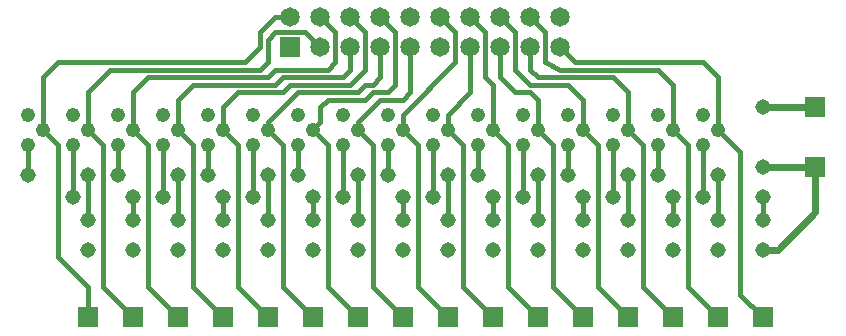
<source format=gbl>
G04 Output by ViewMate Deluxe V11.0.9  PentaLogix LLC*
G04 Thu Nov 20 16:07:24 2014*
%FSLAX33Y33*%
%MOMM*%
%IPPOS*%
%ADD10R,1.651X1.651*%
%ADD11C,1.651*%
%ADD12C,1.3081*%
%ADD13C,1.209*%
%ADD14R,1.8009X1.8009*%
%ADD15C,0.4064*%
%ADD16C,0.6096*%

%LPD*%
X0Y0D2*D15*G1X64389Y12954D2*X64389Y11049D1*X2159Y17399D2*X2159Y14859D1*X4699Y17399D2*X3429Y18669D1*X3429Y23114*X4699Y24384*X20574Y24384*X21844Y25654*X21844Y26924*X23114Y28194*X24384Y28194*X28194Y26924D2*X26924Y28194D1*X30734Y26924D2*X29464Y28194D1*X30734Y22479D2*X31369Y22479D1*X32004Y23114*X32004Y25654*X47244Y25654D2*X48514Y24384D1*X59309Y24384*X60579Y23114*X60579Y18669*X62484Y16764*X60579Y11049D2*X60579Y14859D1*X56769Y12954D2*X56769Y11049D1*X59309Y17399D2*X59309Y12954D1*X55499Y14859D2*X55499Y17399D1*X52959Y11049D2*X52959Y14859D1*X49149Y12954D2*X49149Y11049D1*X51689Y17399D2*X51689Y12954D1*X47879Y14859D2*X47879Y17399D1*X45339Y11049D2*X45339Y14859D1*X41529Y12954D2*X41529Y11049D1*X44069Y17399D2*X44069Y12954D1*X40259Y14859D2*X40259Y17399D1*X37719Y11049D2*X37719Y14859D1*X33909Y12954D2*X33909Y11049D1*X36449Y17399D2*X36449Y12954D1*X32639Y14859D2*X32639Y17399D1*X30099Y11049D2*X30099Y14859D1*X18669Y12954D2*X18669Y11049D1*X11049Y11049D2*X11049Y12954D1*X7239Y2794D2*X7239Y5334D1*X4699Y7874*X4699Y17399*X5969Y12954D2*X5969Y17399D1*X7239Y14859D2*X7239Y11049D1*X9779Y17399D2*X9779Y14859D1*X13589Y12954D2*X13589Y17399D1*X14859Y14859D2*X14859Y11049D1*X17399Y17399D2*X17399Y14859D1*X21209Y12954D2*X21209Y17399D1*X22479Y14859D2*X22479Y11049D1*X25019Y17399D2*X25019Y14859D1*X28829Y12954D2*X28829Y17399D1*X26289Y11049D2*X26289Y12954D1*X26289Y2794D2*X23749Y5334D1*X23749Y17399*X22479Y18669*X22479Y19304*X25019Y21844*X30099Y21844*X30734Y22479*X28194Y26924D2*X28194Y24384D1*X26924Y25654D2*X25654Y26924D1*X23114Y26924*X22479Y26289*X22479Y24384*X21844Y23749*X9144Y23749*X7239Y21844*X7239Y18669*X8509Y17399*X8509Y5334*X11049Y2794*X14859Y2794D2*X12319Y5334D1*X12319Y17399*X11049Y18669*X11049Y21844*X12319Y23114*X22479Y23114*X23114Y23749*X27559Y23749*X28194Y24384*X29464Y25654D2*X29464Y23749D1*X28829Y23114*X23749Y23114*X23114Y22479*X16129Y22479*X14859Y21209*X14859Y18669*X16129Y17399*X16129Y5334*X18669Y2794*X22479Y2794D2*X19939Y5334D1*X19939Y17399*X18669Y18669*X18669Y20574*X19939Y21844*X23749Y21844*X24384Y22479*X29464Y22479*X30734Y23749*X30734Y26924*X33274Y26924D2*X32004Y28194D1*X34544Y25654D2*X34544Y21844D1*X33909Y21209*X32004Y21209*X30099Y19304*X30099Y18669*X31369Y17399*X31369Y5334*X33909Y2794*X30099Y2794D2*X27559Y5334D1*X27559Y17399*X26289Y18669*X26924Y19304*X26924Y20574*X27559Y21209*X30734Y21209*X31369Y21844*X32639Y21844*X33274Y22479*X33274Y26924*X38354Y26924D2*X37084Y28194D1*X39624Y25654D2*X39624Y21844D1*X37719Y19939*X37719Y18669*X38989Y17399*X38989Y5334*X41529Y2794*X37719Y2794D2*X35179Y5334D1*X35179Y17399*X33909Y18669*X33909Y19939*X38354Y24384*X38354Y26924*X40894Y26924D2*X39624Y28194D1*X42164Y25654D2*X42164Y23114D1*X43434Y21844*X44704Y21844*X45339Y21209*X45339Y18669*X46609Y17399*X46609Y5334*X49149Y2794*X45339Y2794D2*X42799Y5334D1*X42799Y17399*X41529Y18669*X41529Y22479*X40894Y23114*X40894Y26924*X43434Y26924D2*X42164Y28194D1*X44704Y25654D2*X44704Y23749D1*X45339Y23114*X51689Y23114*X52959Y21844*X52959Y18669*X54229Y17399*X54229Y5334*X56769Y2794*X52959Y2794D2*X50419Y5334D1*X50419Y17399*X49149Y18669*X49149Y21209*X47879Y22479*X44704Y22479*X43434Y23749*X43434Y26924*X44704Y28194D2*X45974Y26924D1*X45974Y24384*X47244Y23749*X55499Y23749*X56769Y22479*X56769Y18669*X58039Y17399*X58039Y5334*X60579Y2794*X64389Y2794D2*X62484Y4699D1*X62484Y16764*D16*X64389Y20574D2*X68834Y20574D1*X64389Y15494D2*X68834Y15494D1*X68834Y11684*X65659Y8509*X64389Y8509*D10*X24384Y25654D3*D11*X24384Y28194D3*X26924Y28194D3*X29464Y28194D3*X32004Y28194D3*X34544Y28194D3*X37084Y28194D3*X39624Y28194D3*X42164Y28194D3*X44704Y28194D3*X47244Y28194D3*X47244Y25654D3*X44704Y25654D3*X42164Y25654D3*X39624Y25654D3*X37084Y25654D3*X34544Y25654D3*X32004Y25654D3*X29464Y25654D3*X26924Y25654D3*D12*X2159Y14859D3*X7239Y8509D3*X7239Y11049D3*X5969Y12954D3*X7239Y14859D3*X9779Y14859D3*X14859Y14859D3*X17399Y14859D3*X64389Y20574D3*X64389Y8509D3*X60579Y8509D3*X56769Y8509D3*X52959Y8509D3*X49149Y8509D3*X45339Y8509D3*X41529Y8509D3*X37719Y8509D3*X33909Y8509D3*X26289Y8509D3*X30099Y8509D3*X30099Y14859D3*X32639Y14859D3*X37719Y14859D3*X40259Y14859D3*X45339Y14859D3*X47879Y14859D3*X52959Y14859D3*X55499Y14859D3*X64389Y15494D3*X60579Y14859D3*X64389Y12954D3*X64389Y11049D3*X60579Y11049D3*X59309Y12954D3*X56769Y12954D3*X56769Y11049D3*X52959Y11049D3*X51689Y12954D3*X49149Y12954D3*X49149Y11049D3*X45339Y11049D3*X44069Y12954D3*X41529Y12954D3*X41529Y11049D3*X37719Y11049D3*X36449Y12954D3*X33909Y12954D3*X33909Y11049D3*X30099Y11049D3*X28829Y12954D3*X26289Y12954D3*X26289Y11049D3*X22479Y11049D3*X22479Y8509D3*X18669Y8509D3*X14859Y8509D3*X11049Y8509D3*X11049Y11049D3*X11049Y12954D3*X13589Y12954D3*X14859Y11049D3*X18669Y11049D3*X18669Y12954D3*X21209Y12954D3*X22479Y14859D3*X25019Y14859D3*D13*X59309Y17399D3*X60579Y18669D3*X59309Y19939D3*X55499Y19939D3*X56769Y18669D3*X55499Y17399D3*X44069Y17399D3*X47879Y17399D3*X51689Y17399D3*X52959Y18669D3*X51689Y19939D3*X49149Y18669D3*X47879Y19939D3*X45339Y18669D3*X44069Y19939D3*X40259Y19939D3*X41529Y18669D3*X40259Y17399D3*X25019Y17399D3*X28829Y17399D3*X32639Y17399D3*X36449Y17399D3*X37719Y18669D3*X36449Y19939D3*X33909Y18669D3*X32639Y19939D3*X30099Y18669D3*X28829Y19939D3*X26289Y18669D3*X25019Y19939D3*X21209Y19939D3*X22479Y18669D3*X21209Y17399D3*X13589Y17399D3*X17399Y17399D3*X18669Y18669D3*X17399Y19939D3*X14859Y18669D3*X13589Y19939D3*X9779Y19939D3*X11049Y18669D3*X9779Y17399D3*X5969Y17399D3*X7239Y18669D3*X5969Y19939D3*X2159Y19939D3*X3429Y18669D3*X2159Y17399D3*D14*X68834Y20574D3*X68834Y15494D3*X64389Y2794D3*X60579Y2794D3*X56769Y2794D3*X52959Y2794D3*X49149Y2794D3*X45339Y2794D3*X41529Y2794D3*X37719Y2794D3*X33909Y2794D3*X30099Y2794D3*X26289Y2794D3*X22479Y2794D3*X18669Y2794D3*X14859Y2794D3*X11049Y2794D3*X7239Y2794D3*X0Y0D2*M02*
</source>
